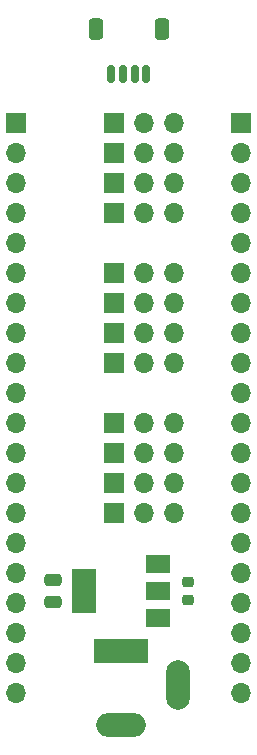
<source format=gbr>
%TF.GenerationSoftware,KiCad,Pcbnew,(6.0.5)*%
%TF.CreationDate,2022-10-13T14:31:03+01:00*%
%TF.ProjectId,OOBB-RASP-PICO-SHIELD-01,4f4f4242-2d52-4415-9350-2d5049434f2d,rev?*%
%TF.SameCoordinates,Original*%
%TF.FileFunction,Soldermask,Top*%
%TF.FilePolarity,Negative*%
%FSLAX46Y46*%
G04 Gerber Fmt 4.6, Leading zero omitted, Abs format (unit mm)*
G04 Created by KiCad (PCBNEW (6.0.5)) date 2022-10-13 14:31:03*
%MOMM*%
%LPD*%
G01*
G04 APERTURE LIST*
G04 Aperture macros list*
%AMRoundRect*
0 Rectangle with rounded corners*
0 $1 Rounding radius*
0 $2 $3 $4 $5 $6 $7 $8 $9 X,Y pos of 4 corners*
0 Add a 4 corners polygon primitive as box body*
4,1,4,$2,$3,$4,$5,$6,$7,$8,$9,$2,$3,0*
0 Add four circle primitives for the rounded corners*
1,1,$1+$1,$2,$3*
1,1,$1+$1,$4,$5*
1,1,$1+$1,$6,$7*
1,1,$1+$1,$8,$9*
0 Add four rect primitives between the rounded corners*
20,1,$1+$1,$2,$3,$4,$5,0*
20,1,$1+$1,$4,$5,$6,$7,0*
20,1,$1+$1,$6,$7,$8,$9,0*
20,1,$1+$1,$8,$9,$2,$3,0*%
G04 Aperture macros list end*
%ADD10R,1.700000X1.700000*%
%ADD11O,1.700000X1.700000*%
%ADD12R,2.000000X1.500000*%
%ADD13R,2.000000X3.800000*%
%ADD14R,4.600000X2.000000*%
%ADD15O,4.200000X2.000000*%
%ADD16O,2.000000X4.200000*%
%ADD17RoundRect,0.250000X0.350000X0.650000X-0.350000X0.650000X-0.350000X-0.650000X0.350000X-0.650000X0*%
%ADD18RoundRect,0.150000X0.150000X0.625000X-0.150000X0.625000X-0.150000X-0.625000X0.150000X-0.625000X0*%
%ADD19RoundRect,0.250000X0.475000X-0.250000X0.475000X0.250000X-0.475000X0.250000X-0.475000X-0.250000X0*%
%ADD20RoundRect,0.225000X-0.250000X0.225000X-0.250000X-0.225000X0.250000X-0.225000X0.250000X0.225000X0*%
G04 APERTURE END LIST*
D10*
%TO.C,U10*%
X132100000Y-67720000D03*
D11*
X132100000Y-70260000D03*
X132100000Y-72800000D03*
X132100000Y-75340000D03*
X132100000Y-77880000D03*
X132100000Y-80420000D03*
X132100000Y-82960000D03*
X132100000Y-85500000D03*
X132100000Y-88040000D03*
X132100000Y-90580000D03*
X132100000Y-93120000D03*
X132100000Y-95660000D03*
X132100000Y-98200000D03*
X132100000Y-100740000D03*
X132100000Y-103280000D03*
X132100000Y-105820000D03*
X132100000Y-108360000D03*
X132100000Y-110900000D03*
X132100000Y-113440000D03*
X132100000Y-115980000D03*
X151130000Y-115975000D03*
X151130000Y-113435000D03*
X151130000Y-110895000D03*
X151130000Y-108355000D03*
X151130000Y-105815000D03*
X151130000Y-103275000D03*
X151130000Y-100735000D03*
X151130000Y-98195000D03*
X151130000Y-95655000D03*
X151130000Y-93115000D03*
X151130000Y-90575000D03*
X151130000Y-88040000D03*
X151130000Y-85500000D03*
X151130000Y-82960000D03*
X151130000Y-80420000D03*
X151130000Y-77880000D03*
X151130000Y-75340000D03*
X151130000Y-72800000D03*
X151130000Y-70260000D03*
D10*
X151130000Y-67720000D03*
%TD*%
D12*
%TO.C,U1*%
X144120000Y-109615000D03*
D13*
X137820000Y-107315000D03*
D12*
X144120000Y-107315000D03*
X144120000Y-105015000D03*
%TD*%
D11*
%TO.C,J14*%
X145435000Y-88035000D03*
X142895000Y-88035000D03*
D10*
X140355000Y-88035000D03*
%TD*%
D11*
%TO.C,J13*%
X145435000Y-75335000D03*
X142895000Y-75335000D03*
D10*
X140355000Y-75335000D03*
%TD*%
D11*
%TO.C,J12*%
X145435000Y-100735000D03*
X142895000Y-100735000D03*
D10*
X140355000Y-100735000D03*
%TD*%
D14*
%TO.C,J11*%
X140970000Y-112395000D03*
D15*
X140970000Y-118695000D03*
D16*
X145770000Y-115295000D03*
%TD*%
D11*
%TO.C,J10*%
X145435000Y-98195000D03*
X142895000Y-98195000D03*
D10*
X140355000Y-98195000D03*
%TD*%
D11*
%TO.C,J9*%
X145435000Y-85495000D03*
X142895000Y-85495000D03*
D10*
X140355000Y-85495000D03*
%TD*%
D11*
%TO.C,J8*%
X145435000Y-72795000D03*
X142895000Y-72795000D03*
D10*
X140355000Y-72795000D03*
%TD*%
D11*
%TO.C,J7*%
X145435000Y-95655000D03*
X142895000Y-95655000D03*
D10*
X140355000Y-95655000D03*
%TD*%
%TO.C,J6*%
X140355000Y-82955000D03*
D11*
X142895000Y-82955000D03*
X145435000Y-82955000D03*
%TD*%
%TO.C,J5*%
X145435000Y-70255000D03*
X142895000Y-70255000D03*
D10*
X140355000Y-70255000D03*
%TD*%
D17*
%TO.C,J4*%
X144425000Y-59720000D03*
X138825000Y-59720000D03*
D18*
X140125000Y-63595000D03*
X141125000Y-63595000D03*
X142125000Y-63595000D03*
X143125000Y-63595000D03*
%TD*%
D11*
%TO.C,J3*%
X145435000Y-93115000D03*
X142895000Y-93115000D03*
D10*
X140355000Y-93115000D03*
%TD*%
D11*
%TO.C,J2*%
X145435000Y-80415000D03*
X142895000Y-80415000D03*
D10*
X140355000Y-80415000D03*
%TD*%
D11*
%TO.C,J1*%
X145435000Y-67715000D03*
X142895000Y-67715000D03*
D10*
X140355000Y-67715000D03*
%TD*%
D19*
%TO.C,C2*%
X135255000Y-108265000D03*
X135255000Y-106365000D03*
%TD*%
D20*
%TO.C,C1*%
X146685000Y-106540000D03*
X146685000Y-108090000D03*
%TD*%
M02*

</source>
